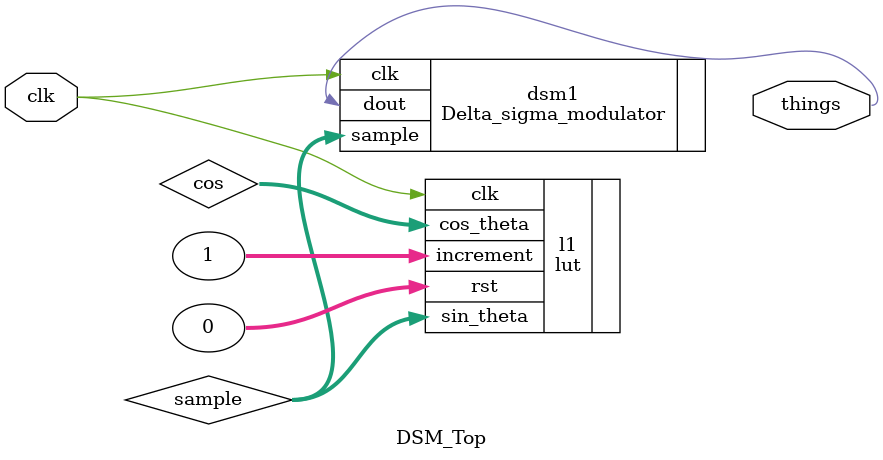
<source format=v>
`timescale 1ns / 1ps


module DSM_Top(
    input clk,
    output things
    );
    
    wire [7:0]sample;
    wire [7:0]cos;
    
    Delta_sigma_modulator dsm1 (
        .clk(clk),
        .sample(sample),
        .dout(things)
    );
    
    lut l1(
    .clk(clk),
    .rst(0),
    .increment(1),
    .cos_theta(cos),
    .sin_theta(sample)
    );
    
    
endmodule

</source>
